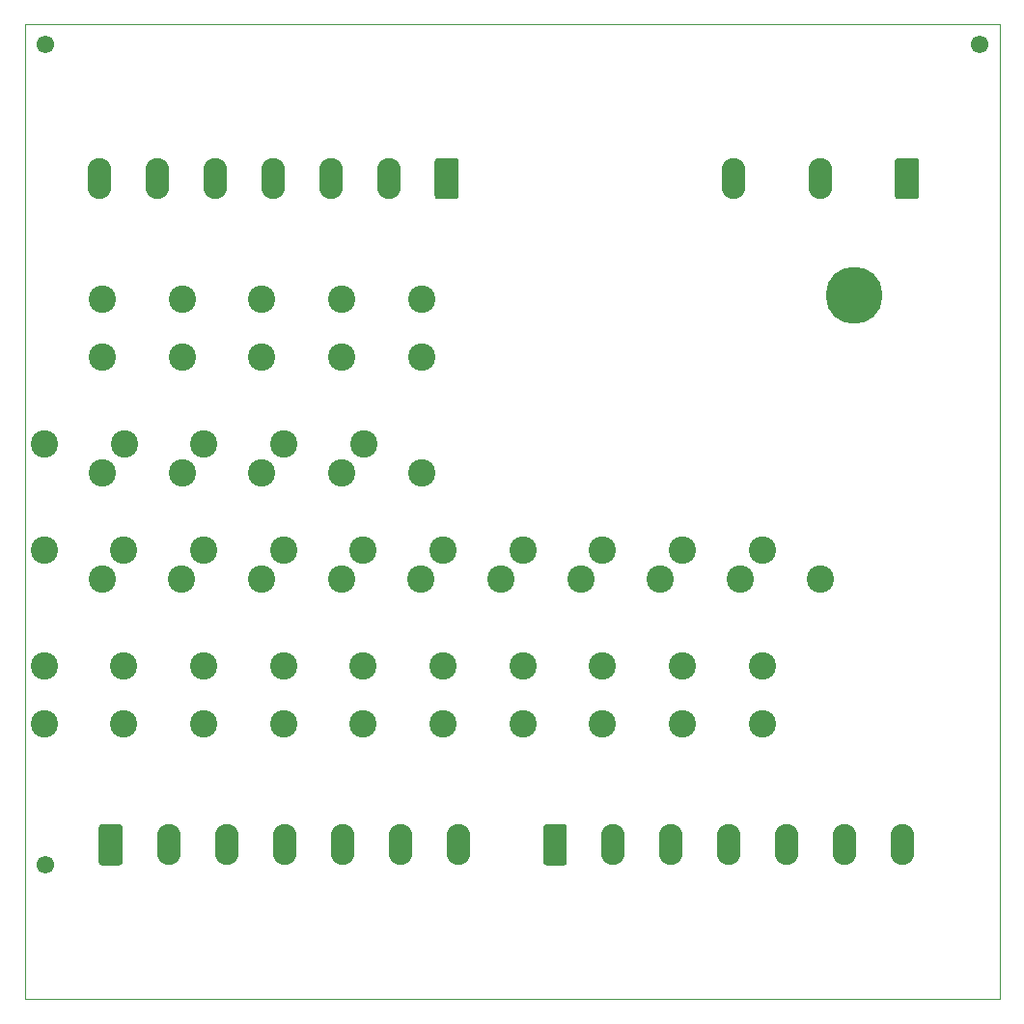
<source format=gbr>
G04 #@! TF.GenerationSoftware,KiCad,Pcbnew,6.0.10+dfsg-1~bpo11+1*
G04 #@! TF.ProjectId,project,70726f6a-6563-4742-9e6b-696361645f70,rev?*
G04 #@! TF.SameCoordinates,Original*
G04 #@! TF.FileFunction,Soldermask,Bot*
G04 #@! TF.FilePolarity,Negative*
%FSLAX46Y46*%
G04 Gerber Fmt 4.6, Leading zero omitted, Abs format (unit mm)*
%MOMM*%
%LPD*%
G01*
G04 APERTURE LIST*
G04 #@! TA.AperFunction,Profile*
%ADD10C,0.100000*%
G04 #@! TD*
%ADD11C,2.400000*%
%ADD12O,2.080000X3.600000*%
%ADD13O,2.100000X3.600000*%
%ADD14C,1.552000*%
%ADD15C,5.000000*%
G04 APERTURE END LIST*
D10*
X211012500Y-48287500D02*
X211012500Y-133787500D01*
X211012500Y-133787500D02*
X125512500Y-133787500D01*
X125512500Y-48287500D02*
X211012500Y-48287500D01*
X125512500Y-133787500D02*
X125512500Y-48287500D01*
D11*
X132302500Y-87667500D03*
X132302500Y-77507500D03*
X132302500Y-72427500D03*
X127222500Y-85127500D03*
X148182500Y-94412500D03*
X148182500Y-104572500D03*
X148182500Y-109652500D03*
X153262500Y-96952500D03*
G36*
G01*
X131982500Y-121810001D02*
X131982500Y-118709999D01*
G75*
G02*
X132232499Y-118460000I249999J0D01*
G01*
X133812501Y-118460000D01*
G75*
G02*
X134062500Y-118709999I0J-249999D01*
G01*
X134062500Y-121810001D01*
G75*
G02*
X133812501Y-122060000I-249999J0D01*
G01*
X132232499Y-122060000D01*
G75*
G02*
X131982500Y-121810001I0J249999D01*
G01*
G37*
D12*
X138102500Y-120260000D03*
X143182500Y-120260000D03*
X148262500Y-120260000D03*
X153342500Y-120260000D03*
X158422500Y-120260000D03*
X163502500Y-120260000D03*
G36*
G01*
X203932500Y-60265001D02*
X203932500Y-63364999D01*
G75*
G02*
X203682499Y-63615000I-250001J0D01*
G01*
X202082501Y-63615000D01*
G75*
G02*
X201832500Y-63364999I0J250001D01*
G01*
X201832500Y-60265001D01*
G75*
G02*
X202082501Y-60015000I250001J0D01*
G01*
X203682499Y-60015000D01*
G75*
G02*
X203932500Y-60265001I0J-250001D01*
G01*
G37*
D13*
X195262500Y-61815000D03*
X187642500Y-61815000D03*
D11*
X141182500Y-94412500D03*
X141182500Y-104572500D03*
X141182500Y-109652500D03*
X146262500Y-96952500D03*
D14*
X127262500Y-122037500D03*
D11*
X176182500Y-94412500D03*
X176182500Y-104572500D03*
X176182500Y-109652500D03*
X181262500Y-96952500D03*
X153302500Y-87667500D03*
X153302500Y-77507500D03*
X153302500Y-72427500D03*
X148222500Y-85127500D03*
X127182500Y-94412500D03*
X127182500Y-104572500D03*
X127182500Y-109652500D03*
X132262500Y-96952500D03*
X155182500Y-94412500D03*
X155182500Y-104572500D03*
X155182500Y-109652500D03*
X160262500Y-96952500D03*
G36*
G01*
X163542500Y-60264999D02*
X163542500Y-63365001D01*
G75*
G02*
X163292501Y-63615000I-249999J0D01*
G01*
X161712499Y-63615000D01*
G75*
G02*
X161462500Y-63365001I0J249999D01*
G01*
X161462500Y-60264999D01*
G75*
G02*
X161712499Y-60015000I249999J0D01*
G01*
X163292501Y-60015000D01*
G75*
G02*
X163542500Y-60264999I0J-249999D01*
G01*
G37*
D12*
X157422500Y-61815000D03*
X152342500Y-61815000D03*
X147262500Y-61815000D03*
X142182500Y-61815000D03*
X137102500Y-61815000D03*
X132022500Y-61815000D03*
D11*
X169182500Y-94412500D03*
X169182500Y-104572500D03*
X169182500Y-109652500D03*
X174262500Y-96952500D03*
D14*
X127262500Y-50037500D03*
D15*
X198262500Y-72037500D03*
D14*
X209262500Y-50037500D03*
D11*
X146302500Y-87667500D03*
X146302500Y-77507500D03*
X146302500Y-72427500D03*
X141222500Y-85127500D03*
G36*
G01*
X170982500Y-121810001D02*
X170982500Y-118709999D01*
G75*
G02*
X171232499Y-118460000I249999J0D01*
G01*
X172812501Y-118460000D01*
G75*
G02*
X173062500Y-118709999I0J-249999D01*
G01*
X173062500Y-121810001D01*
G75*
G02*
X172812501Y-122060000I-249999J0D01*
G01*
X171232499Y-122060000D01*
G75*
G02*
X170982500Y-121810001I0J249999D01*
G01*
G37*
D12*
X177102500Y-120260000D03*
X182182500Y-120260000D03*
X187262500Y-120260000D03*
X192342500Y-120260000D03*
X197422500Y-120260000D03*
X202502500Y-120260000D03*
D11*
X162182500Y-94412500D03*
X162182500Y-104572500D03*
X162182500Y-109652500D03*
X167262500Y-96952500D03*
X183182500Y-94412500D03*
X183182500Y-104572500D03*
X183182500Y-109652500D03*
X188262500Y-96952500D03*
X190182500Y-94412500D03*
X190182500Y-104572500D03*
X190182500Y-109652500D03*
X195262500Y-96952500D03*
X160302500Y-87667500D03*
X160302500Y-77507500D03*
X160302500Y-72427500D03*
X155222500Y-85127500D03*
X139302500Y-87667500D03*
X139302500Y-77507500D03*
X139302500Y-72427500D03*
X134222500Y-85127500D03*
X134182500Y-94412500D03*
X134182500Y-104572500D03*
X134182500Y-109652500D03*
X139262500Y-96952500D03*
M02*

</source>
